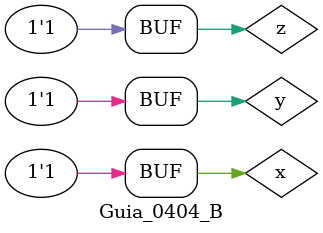
<source format=v>
/**
 * @file Guia_0404_B.v
 * @author 784778 - Wallace Freitas Oliveira (https://github.com/Olivwallace)
 * @brief Guia 04 Exercicio 04 - Arquitetura de Computadores I (PUC-Minas 1°/2023)
 * @date 03-03-2023
 */

`timescale 1ps/1ps
 `include "Guia_0404.v"

 module Guia_0404_B;
 reg x, y, z;
    wire s1;

    //Instanciamento
    Questao_B B (s1, x, y, z);

    //Inicializacao de Valores
    initial begin
        x = 1'b0; y = 1'b0; z = 1'b0;
    end

    //Principal
    initial begin : main
        
        
        $display("Teste Guia_0404 - Expressao Booleana - B");
        
        //Questao B;
        $display("\nb) F (X,Y,Z) = P(M) ( 0, 2, 3, 5, 7 )  \n");
        
        //Monitoramento
        $display("|  x  y  z |  S  |");
        $monitor("| %2b %2b %2b | %2b  |", x, y, z, s1);

         //Sinalizacao
        #1 x=0; y=0; z=0; //0
        #1 x=0; y=0; z=1; //1
        #1 x=0; y=1; z=0; //2
        #1 x=0; y=1; z=1; //3
        #1 x=1; y=0; z=0; //4
        #1 x=1; y=0; z=1; //5
        #1 x=1; y=1; z=0; //6
        #1 x=1; y=1; z=1; //7
    end

 endmodule
</source>
